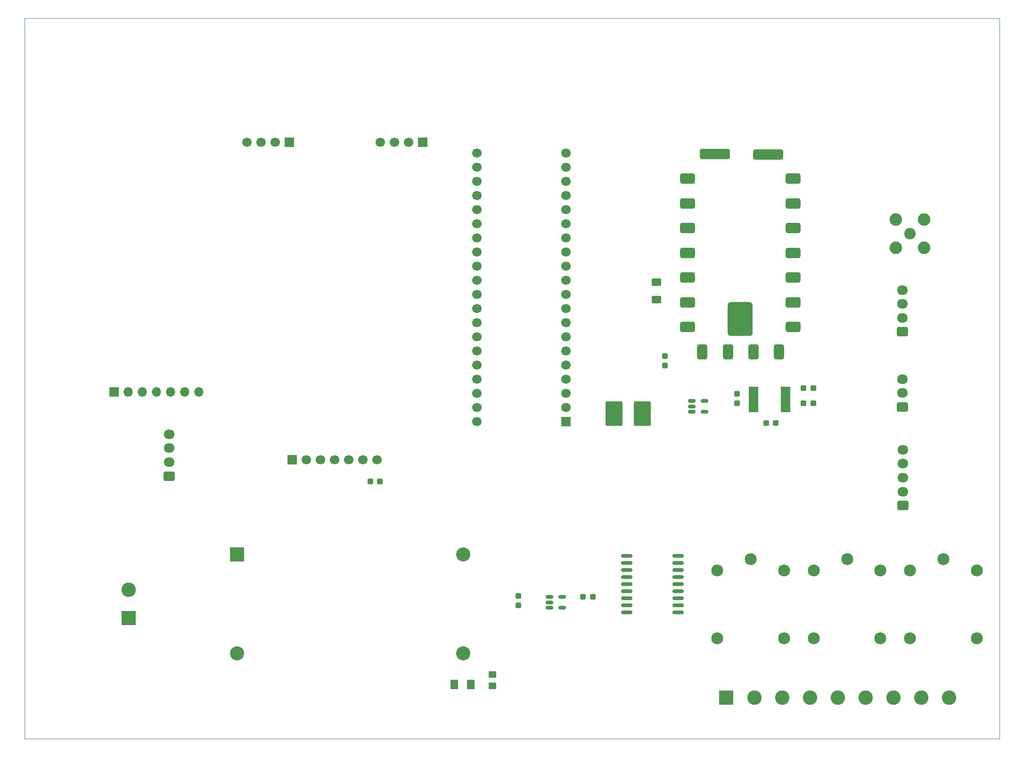
<source format=gts>
%TF.GenerationSoftware,KiCad,Pcbnew,8.0.4*%
%TF.CreationDate,2025-02-08T22:12:46+05:30*%
%TF.ProjectId,CAR PCB,43415220-5043-4422-9e6b-696361645f70,rev?*%
%TF.SameCoordinates,Original*%
%TF.FileFunction,Soldermask,Top*%
%TF.FilePolarity,Negative*%
%FSLAX46Y46*%
G04 Gerber Fmt 4.6, Leading zero omitted, Abs format (unit mm)*
G04 Created by KiCad (PCBNEW 8.0.4) date 2025-02-08 22:12:46*
%MOMM*%
%LPD*%
G01*
G04 APERTURE LIST*
G04 Aperture macros list*
%AMRoundRect*
0 Rectangle with rounded corners*
0 $1 Rounding radius*
0 $2 $3 $4 $5 $6 $7 $8 $9 X,Y pos of 4 corners*
0 Add a 4 corners polygon primitive as box body*
4,1,4,$2,$3,$4,$5,$6,$7,$8,$9,$2,$3,0*
0 Add four circle primitives for the rounded corners*
1,1,$1+$1,$2,$3*
1,1,$1+$1,$4,$5*
1,1,$1+$1,$6,$7*
1,1,$1+$1,$8,$9*
0 Add four rect primitives between the rounded corners*
20,1,$1+$1,$2,$3,$4,$5,0*
20,1,$1+$1,$4,$5,$6,$7,0*
20,1,$1+$1,$6,$7,$8,$9,0*
20,1,$1+$1,$8,$9,$2,$3,0*%
G04 Aperture macros list end*
%ADD10R,1.700000X1.700000*%
%ADD11O,1.700000X1.700000*%
%ADD12R,2.600000X2.600000*%
%ADD13C,2.600000*%
%ADD14C,2.154000*%
%ADD15RoundRect,0.150000X-0.875000X-0.150000X0.875000X-0.150000X0.875000X0.150000X-0.875000X0.150000X0*%
%ADD16RoundRect,0.150000X-0.512500X-0.150000X0.512500X-0.150000X0.512500X0.150000X-0.512500X0.150000X0*%
%ADD17RoundRect,0.237500X-0.300000X-0.237500X0.300000X-0.237500X0.300000X0.237500X-0.300000X0.237500X0*%
%ADD18RoundRect,0.237500X-0.237500X0.300000X-0.237500X-0.300000X0.237500X-0.300000X0.237500X0.300000X0*%
%ADD19C,1.700000*%
%ADD20RoundRect,0.237500X0.300000X0.237500X-0.300000X0.237500X-0.300000X-0.237500X0.300000X-0.237500X0*%
%ADD21RoundRect,0.475000X2.275000X0.475000X-2.275000X0.475000X-2.275000X-0.475000X2.275000X-0.475000X0*%
%ADD22RoundRect,0.475000X0.900000X0.475000X-0.900000X0.475000X-0.900000X-0.475000X0.900000X-0.475000X0*%
%ADD23RoundRect,0.475000X-0.475000X0.900000X-0.475000X-0.900000X0.475000X-0.900000X0.475000X0.900000X0*%
%ADD24RoundRect,0.237500X0.237500X-0.300000X0.237500X0.300000X-0.237500X0.300000X-0.237500X-0.300000X0*%
%ADD25RoundRect,0.250000X0.725000X-0.600000X0.725000X0.600000X-0.725000X0.600000X-0.725000X-0.600000X0*%
%ADD26O,1.950000X1.700000*%
%ADD27RoundRect,0.250000X-0.450000X0.350000X-0.450000X-0.350000X0.450000X-0.350000X0.450000X0.350000X0*%
%ADD28RoundRect,0.076750X-0.810250X-0.230250X0.810250X-0.230250X0.810250X0.230250X-0.810250X0.230250X0*%
%ADD29RoundRect,0.250001X-0.462499X-0.624999X0.462499X-0.624999X0.462499X0.624999X-0.462499X0.624999X0*%
%ADD30RoundRect,0.250001X-1.262499X-1.974999X1.262499X-1.974999X1.262499X1.974999X-1.262499X1.974999X0*%
%ADD31RoundRect,0.250000X0.625000X-0.400000X0.625000X0.400000X-0.625000X0.400000X-0.625000X-0.400000X0*%
%ADD32R,2.540000X2.540000*%
%ADD33C,2.540000*%
%ADD34C,2.050000*%
%ADD35C,2.250000*%
%TA.AperFunction,Profile*%
%ADD36C,0.050000*%
%TD*%
G04 APERTURE END LIST*
D10*
%TO.C,J601*%
X70104000Y-102362000D03*
D11*
X72644000Y-102362000D03*
X75184000Y-102362000D03*
X77724000Y-102362000D03*
X80264000Y-102362000D03*
X82804000Y-102362000D03*
X85344000Y-102362000D03*
%TD*%
D12*
%TO.C,J701*%
X180091000Y-157353000D03*
D13*
X185091000Y-157353000D03*
X190091000Y-157353000D03*
X195091000Y-157353000D03*
X200091000Y-157353000D03*
X205091000Y-157353000D03*
X210091000Y-157353000D03*
X215091000Y-157353000D03*
X220091000Y-157353000D03*
%TD*%
D14*
%TO.C,K702*%
X195772000Y-134461000D03*
X207772000Y-134461000D03*
X201772000Y-132461000D03*
X207772000Y-146661000D03*
X195772000Y-146661000D03*
%TD*%
%TO.C,K701*%
X178484500Y-134461000D03*
X190484500Y-134461000D03*
X184484500Y-132461000D03*
X190484500Y-146661000D03*
X178484500Y-146661000D03*
%TD*%
%TO.C,K703*%
X213059500Y-134461000D03*
X225059500Y-134461000D03*
X219059500Y-132461000D03*
X225059500Y-146661000D03*
X213059500Y-146661000D03*
%TD*%
D15*
%TO.C,U701*%
X162150000Y-131826000D03*
X162150000Y-133096000D03*
X162150000Y-134366000D03*
X162150000Y-135636000D03*
X162150000Y-136906000D03*
X162150000Y-138176000D03*
X162150000Y-139446000D03*
X162150000Y-140716000D03*
X162150000Y-141986000D03*
X171450000Y-141986000D03*
X171450000Y-140716000D03*
X171450000Y-139446000D03*
X171450000Y-138176000D03*
X171450000Y-136906000D03*
X171450000Y-135636000D03*
X171450000Y-134366000D03*
X171450000Y-133096000D03*
X171450000Y-131826000D03*
%TD*%
D16*
%TO.C,U102*%
X148292000Y-139225000D03*
X148292000Y-140175000D03*
X148292000Y-141125000D03*
X150567000Y-141125000D03*
X150567000Y-139225000D03*
%TD*%
D17*
%TO.C,C401*%
X116104500Y-118491000D03*
X117829500Y-118491000D03*
%TD*%
D18*
%TO.C,C102*%
X142748000Y-138991000D03*
X142748000Y-140716000D03*
%TD*%
D17*
%TO.C,C101*%
X154331500Y-139192000D03*
X156056500Y-139192000D03*
%TD*%
D10*
%TO.C,U301*%
X151281000Y-107696000D03*
D19*
X151281000Y-105156000D03*
X151281000Y-102616000D03*
X151281000Y-100076000D03*
X151281000Y-97536000D03*
X151281000Y-94996000D03*
X151281000Y-92456000D03*
X151281000Y-89916000D03*
X151281000Y-87376000D03*
X151281000Y-84836000D03*
X151281000Y-82296000D03*
X151281000Y-79756000D03*
X151281000Y-77216000D03*
X151281000Y-74676000D03*
X151281000Y-72136000D03*
X151281000Y-69596000D03*
X151281000Y-67056000D03*
X151281000Y-64516000D03*
X151281000Y-61976000D03*
X151281000Y-59436000D03*
X135231000Y-107696000D03*
X135231000Y-105156000D03*
X135231000Y-102616000D03*
X135231000Y-100076000D03*
X135231000Y-97536000D03*
X135231000Y-94996000D03*
X135231000Y-92456000D03*
X135231000Y-89916000D03*
X135231000Y-87376000D03*
X135231000Y-84836000D03*
X135231000Y-82296000D03*
X135231000Y-79756000D03*
X135231000Y-77216000D03*
X135231000Y-74676000D03*
X135231000Y-72136000D03*
X135231000Y-69596000D03*
X135231000Y-67056000D03*
X135231000Y-64516000D03*
X135231000Y-61976000D03*
X135231000Y-59436000D03*
%TD*%
D16*
%TO.C,U202*%
X173874000Y-104018000D03*
X173874000Y-104968000D03*
X173874000Y-105918000D03*
X176149000Y-105918000D03*
X176149000Y-104018000D03*
%TD*%
D20*
%TO.C,C206*%
X195680500Y-104394000D03*
X193955500Y-104394000D03*
%TD*%
D21*
%TO.C,U201*%
X187551000Y-59661000D03*
X178061000Y-59571000D03*
D22*
X173101000Y-64021000D03*
X173101000Y-68471000D03*
X173101000Y-72921000D03*
X173101000Y-77371000D03*
X173101000Y-81821000D03*
X173101000Y-86271000D03*
X173101000Y-90721000D03*
D23*
X175761000Y-95171000D03*
X180361000Y-95171000D03*
X184961000Y-95171000D03*
X189561000Y-95171000D03*
D22*
X192101000Y-90721000D03*
X192101000Y-86271000D03*
X192101000Y-81821000D03*
X192101000Y-77371000D03*
X192101000Y-72921000D03*
X192101000Y-68471000D03*
X192101000Y-64021000D03*
%TD*%
D24*
%TO.C,C207*%
X181991000Y-104394000D03*
X181991000Y-102669000D03*
%TD*%
D25*
%TO.C,SW201*%
X211709000Y-91567000D03*
D26*
X211709000Y-89067000D03*
X211709000Y-86567000D03*
X211709000Y-84067000D03*
%TD*%
D27*
%TO.C,R101*%
X138049000Y-153194000D03*
X138049000Y-155194000D03*
%TD*%
D10*
%TO.C,J401*%
X102108000Y-114554000D03*
D19*
X104648000Y-114554000D03*
X107188000Y-114554000D03*
X109728000Y-114554000D03*
X112268000Y-114554000D03*
X114808000Y-114554000D03*
X117348000Y-114554000D03*
D10*
X125538000Y-57514000D03*
D19*
X122998000Y-57514000D03*
X120458000Y-57514000D03*
X117918000Y-57514000D03*
D10*
X101538000Y-57514000D03*
D19*
X98998000Y-57514000D03*
X96458000Y-57514000D03*
X93918000Y-57514000D03*
%TD*%
D25*
%TO.C,J201*%
X211836000Y-122776000D03*
D26*
X211836000Y-120276000D03*
X211836000Y-117776000D03*
X211836000Y-115276000D03*
X211836000Y-112776000D03*
%TD*%
D28*
%TO.C,U204*%
X184963000Y-101802000D03*
X184963000Y-102452000D03*
X184963000Y-103102000D03*
X184963000Y-103752000D03*
X184963000Y-104402000D03*
X184963000Y-105052000D03*
X184963000Y-105702000D03*
X190703000Y-105702000D03*
X190703000Y-105052000D03*
X190703000Y-104402000D03*
X190703000Y-103752000D03*
X190703000Y-103102000D03*
X190703000Y-102452000D03*
X190703000Y-101802000D03*
%TD*%
D29*
%TO.C,D101*%
X131191000Y-154940000D03*
X134166000Y-154940000D03*
%TD*%
D17*
%TO.C,C202*%
X187224500Y-107943000D03*
X188949500Y-107943000D03*
%TD*%
D30*
%TO.C,R701*%
X159920500Y-106299000D03*
X164945500Y-106299000D03*
%TD*%
D25*
%TO.C,J501*%
X80010000Y-117482000D03*
D26*
X80010000Y-114982000D03*
X80010000Y-112482000D03*
X80010000Y-109982000D03*
%TD*%
D18*
%TO.C,C203*%
X169037000Y-95911500D03*
X169037000Y-97636500D03*
%TD*%
D20*
%TO.C,C201*%
X195680500Y-101720000D03*
X193955500Y-101720000D03*
%TD*%
D31*
%TO.C,R201*%
X167513000Y-85744000D03*
X167513000Y-82644000D03*
%TD*%
D32*
%TO.C,U101*%
X92202000Y-131572000D03*
D33*
X92202000Y-149352000D03*
X132842000Y-149352000D03*
X132842000Y-131572000D03*
%TD*%
D12*
%TO.C,J102*%
X72690000Y-143007000D03*
D13*
X72690000Y-137927000D03*
%TD*%
D25*
%TO.C,RV201*%
X211709000Y-105069000D03*
D26*
X211709000Y-102569000D03*
X211709000Y-100069000D03*
%TD*%
D34*
%TO.C,AE101*%
X213106000Y-73914000D03*
D35*
X210566000Y-76454000D03*
X215646000Y-76454000D03*
X210566000Y-71374000D03*
X215646000Y-71374000D03*
%TD*%
G36*
X184293059Y-86234061D02*
G01*
X184398223Y-86247906D01*
X184429491Y-86256284D01*
X184519918Y-86293740D01*
X184547951Y-86309925D01*
X184625601Y-86369508D01*
X184648491Y-86392398D01*
X184708074Y-86470048D01*
X184724259Y-86498081D01*
X184761715Y-86588508D01*
X184770093Y-86619775D01*
X184783939Y-86724939D01*
X184785000Y-86741125D01*
X184785000Y-91770074D01*
X184783939Y-91786260D01*
X184770093Y-91891424D01*
X184761715Y-91922691D01*
X184724259Y-92013118D01*
X184708074Y-92041151D01*
X184648491Y-92118801D01*
X184625601Y-92141691D01*
X184547951Y-92201274D01*
X184519918Y-92217459D01*
X184429491Y-92254915D01*
X184398224Y-92263293D01*
X184293060Y-92277139D01*
X184276874Y-92278200D01*
X180848126Y-92278200D01*
X180831940Y-92277139D01*
X180726775Y-92263293D01*
X180695508Y-92254915D01*
X180605081Y-92217459D01*
X180577048Y-92201274D01*
X180499398Y-92141691D01*
X180476508Y-92118801D01*
X180416925Y-92041151D01*
X180400740Y-92013118D01*
X180363284Y-91922691D01*
X180354906Y-91891423D01*
X180341061Y-91786259D01*
X180340000Y-91770074D01*
X180340000Y-86741125D01*
X180341061Y-86724940D01*
X180354906Y-86619776D01*
X180363284Y-86588508D01*
X180400740Y-86498081D01*
X180416925Y-86470048D01*
X180476508Y-86392398D01*
X180499398Y-86369508D01*
X180577048Y-86309925D01*
X180605081Y-86293740D01*
X180695508Y-86256284D01*
X180726776Y-86247906D01*
X180831941Y-86234061D01*
X180848126Y-86233000D01*
X184276874Y-86233000D01*
X184293059Y-86234061D01*
G37*
D36*
X53987700Y-35204400D02*
X229171500Y-35204400D01*
X229171500Y-164719000D01*
X53987700Y-164719000D01*
X53987700Y-35204400D01*
M02*

</source>
